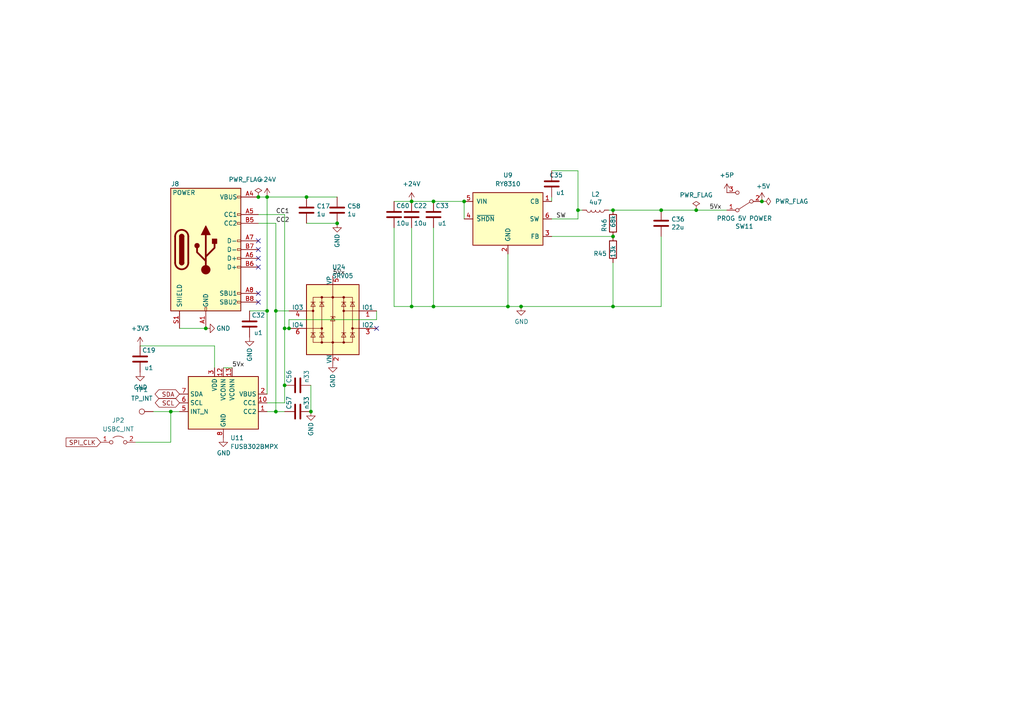
<source format=kicad_sch>
(kicad_sch (version 20231120) (generator "eeschema") (generator_version "8.0")
  (paper "A4")
  (lib_symbols
    (symbol "Connector:TestPoint" (pin_numbers hide) (pin_names (offset 0.762) hide)
      (property "Reference" "TP" (at 0 6.858 0))
      (property "Value" "TestPoint" (at 0 5.08 0))
      (symbol "TestPoint_0_1"
        (circle (center 0 3.302) (radius 0.762))
      )
      (symbol "TestPoint_1_1"
        (pin passive line (at 0 0 90) (length 2.54) (name "1") (number "1"))
      )
    )
    (symbol "Connector:USB_C_Receptacle_USB2.0" (pin_names (offset 1.016))
      (property "Reference" "J" (at -10.16 19.05 0))
      (property "Value" "USB_C_Receptacle_USB2.0" (at 19.05 19.05 0))
      (symbol "USB_C_Receptacle_USB2.0_0_0"
        (rectangle (start -0.254 -17.78) (end 0.254 -16.764))
        (rectangle (start 10.16 -14.986) (end 9.144 -15.494))
        (rectangle (start 10.16 -12.446) (end 9.144 -12.954))
        (rectangle (start 10.16 -4.826) (end 9.144 -5.334))
        (rectangle (start 10.16 -2.286) (end 9.144 -2.794))
        (rectangle (start 10.16 0.254) (end 9.144 -0.254))
        (rectangle (start 10.16 2.794) (end 9.144 2.286))
        (rectangle (start 10.16 7.874) (end 9.144 7.366))
        (rectangle (start 10.16 10.414) (end 9.144 9.906))
        (rectangle (start 10.16 15.494) (end 9.144 14.986))
      )
      (symbol "USB_C_Receptacle_USB2.0_0_1"
        (rectangle (start -10.16 17.78) (end 10.16 -17.78) (stroke (width 0.254)) (fill (type background)))
        (arc (start -8.89 -3.81) (mid -6.985 -5.7067) (end -5.08 -3.81) (stroke (width 0.508)))
        (arc (start -7.62 -3.81) (mid -6.985 -4.4423) (end -6.35 -3.81) (stroke (width 0.254)))
        (arc (start -7.62 -3.81) (mid -6.985 -4.4423) (end -6.35 -3.81) (stroke (width 0.254)) (fill (type outline)))
        (rectangle (start -7.62 -3.81) (end -6.35 3.81) (stroke (width 0.254)) (fill (type outline)))
        (arc (start -6.35 3.81) (mid -6.985 4.4423) (end -7.62 3.81) (stroke (width 0.254)))
        (arc (start -6.35 3.81) (mid -6.985 4.4423) (end -7.62 3.81) (stroke (width 0.254)) (fill (type outline)))
        (arc (start -5.08 3.81) (mid -6.985 5.7067) (end -8.89 3.81) (stroke (width 0.508)))
        (circle (center -2.54 1.143) (radius 0.635) (stroke (width 0.254)) (fill (type outline)))
        (circle (center 0 -5.842) (radius 1.27) (fill (type outline)))
        (polyline (pts (xy -8.89 -3.81) (xy -8.89 3.81)) (stroke (width 0.508)))
        (polyline (pts (xy -5.08 3.81) (xy -5.08 -3.81)) (stroke (width 0.508)))
        (polyline (pts (xy 0 -5.842) (xy 0 4.318)) (stroke (width 0.508)))
        (polyline (pts (xy 0 -3.302) (xy -2.54 -0.762) (xy -2.54 0.508)) (stroke (width 0.508)))
        (polyline (pts (xy 0 -2.032) (xy 2.54 0.508) (xy 2.54 1.778)) (stroke (width 0.508)))
        (polyline (pts (xy -1.27 4.318) (xy 0 6.858) (xy 1.27 4.318) (xy -1.27 4.318)) (stroke (width 0.254)) (fill (type outline)))
        (rectangle (start 1.905 1.778) (end 3.175 3.048) (stroke (width 0.254)) (fill (type outline)))
      )
      (symbol "USB_C_Receptacle_USB2.0_1_1"
        (pin passive line (at 0 -22.86 90) (length 5.08) (name "GND") (number "A1"))
        (pin passive line (at 0 -22.86 90) (length 5.08) hide (name "GND") (number "A12"))
        (pin passive line (at 15.24 15.24 180) (length 5.08) (name "VBUS") (number "A4"))
        (pin bidirectional line (at 15.24 10.16 180) (length 5.08) (name "CC1") (number "A5"))
        (pin bidirectional line (at 15.24 -2.54 180) (length 5.08) (name "D+") (number "A6"))
        (pin bidirectional line (at 15.24 2.54 180) (length 5.08) (name "D-") (number "A7"))
        (pin bidirectional line (at 15.24 -12.7 180) (length 5.08) (name "SBU1") (number "A8"))
        (pin passive line (at 15.24 15.24 180) (length 5.08) hide (name "VBUS") (number "A9"))
        (pin passive line (at 0 -22.86 90) (length 5.08) hide (name "GND") (number "B1"))
        (pin passive line (at 0 -22.86 90) (length 5.08) hide (name "GND") (number "B12"))
        (pin passive line (at 15.24 15.24 180) (length 5.08) hide (name "VBUS") (number "B4"))
        (pin bidirectional line (at 15.24 7.62 180) (length 5.08) (name "CC2") (number "B5"))
        (pin bidirectional line (at 15.24 -5.08 180) (length 5.08) (name "D+") (number "B6"))
        (pin bidirectional line (at 15.24 0 180) (length 5.08) (name "D-") (number "B7"))
        (pin bidirectional line (at 15.24 -15.24 180) (length 5.08) (name "SBU2") (number "B8"))
        (pin passive line (at 15.24 15.24 180) (length 5.08) hide (name "VBUS") (number "B9"))
        (pin passive line (at -7.62 -22.86 90) (length 5.08) (name "SHIELD") (number "S1"))
      )
    )
    (symbol "Device:C" (pin_numbers hide) (pin_names (offset 0.254))
      (property "Reference" "C" (at 0.635 2.54 0))
      (property "Value" "C" (at 0.635 -2.54 0))
      (symbol "C_0_1"
        (polyline (pts (xy -2.032 -0.762) (xy 2.032 -0.762)) (stroke (width 0.508)))
        (polyline (pts (xy -2.032 0.762) (xy 2.032 0.762)) (stroke (width 0.508)))
      )
      (symbol "C_1_1"
        (pin passive line (at 0 3.81 270) (length 2.794) (name "~") (number "1"))
        (pin passive line (at 0 -3.81 90) (length 2.794) (name "~") (number "2"))
      )
    )
    (symbol "Device:L" (pin_numbers hide) (pin_names (offset 1.016) hide)
      (property "Reference" "L" (at -1.27 0 90))
      (property "Value" "L" (at 1.905 0 90))
      (symbol "L_0_1"
        (arc (start 0 -2.54) (mid 0.6323 -1.905) (end 0 -1.27))
        (arc (start 0 -1.27) (mid 0.6323 -0.635) (end 0 0))
        (arc (start 0 0) (mid 0.6323 0.635) (end 0 1.27))
        (arc (start 0 1.27) (mid 0.6323 1.905) (end 0 2.54))
      )
      (symbol "L_1_1"
        (pin passive line (at 0 3.81 270) (length 1.27) (name "1") (number "1"))
        (pin passive line (at 0 -3.81 90) (length 1.27) (name "2") (number "2"))
      )
    )
    (symbol "Device:R" (pin_numbers hide) (pin_names (offset 0))
      (property "Reference" "R" (at 2.032 0 90))
      (property "Value" "R" (at 0 0 90))
      (symbol "R_0_1"
        (rectangle (start -1.016 -2.54) (end 1.016 2.54) (stroke (width 0.254)))
      )
      (symbol "R_1_1"
        (pin passive line (at 0 3.81 270) (length 1.27) (name "~") (number "1"))
        (pin passive line (at 0 -3.81 90) (length 1.27) (name "~") (number "2"))
      )
    )
    (symbol "Interface_USB:FUSB302BMPX"
      (property "Reference" "U" (at -10.16 8.89 0))
      (property "Value" "FUSB302BMPX" (at 3.81 8.89 0))
      (symbol "FUSB302BMPX_0_1"
        (rectangle (start -10.16 7.62) (end 10.16 -7.62) (stroke (width 0.254)) (fill (type background)))
      )
      (symbol "FUSB302BMPX_1_1"
        (pin bidirectional line (at 12.7 -2.54 180) (length 2.54) (name "CC2") (number "1"))
        (pin bidirectional line (at 12.7 0 180) (length 2.54) (name "CC1") (number "10"))
        (pin bidirectional line (at 12.7 0 180) (length 2.54) hide (name "CC1") (number "11"))
        (pin power_in line (at 0 10.16 270) (length 2.54) (name "VCONN") (number "12"))
        (pin power_in line (at 2.54 10.16 270) (length 2.54) (name "VCONN") (number "13"))
        (pin bidirectional line (at 12.7 -2.54 180) (length 2.54) hide (name "CC2") (number "14"))
        (pin passive line (at 0 -10.16 90) (length 2.54) hide (name "GND") (number "15"))
        (pin input line (at 12.7 2.54 180) (length 2.54) (name "VBUS") (number "2"))
        (pin power_in line (at -2.54 10.16 270) (length 2.54) (name "VDD") (number "3"))
        (pin passive line (at -2.54 10.16 270) (length 2.54) hide (name "VDD") (number "4"))
        (pin open_collector line (at -12.7 -2.54 0) (length 2.54) (name "INT_N") (number "5"))
        (pin input line (at -12.7 0 0) (length 2.54) (name "SCL") (number "6"))
        (pin bidirectional line (at -12.7 2.54 0) (length 2.54) (name "SDA") (number "7"))
        (pin power_in line (at 0 -10.16 90) (length 2.54) (name "GND") (number "8"))
        (pin passive line (at 0 -10.16 90) (length 2.54) hide (name "GND") (number "9"))
      )
    )
    (symbol "Jumper:Jumper_2_Open" (pin_names (offset 0) hide)
      (property "Reference" "JP" (at 0 2.794 0))
      (property "Value" "Jumper_2_Open" (at 0 -2.286 0))
      (symbol "Jumper_2_Open_0_0"
        (circle (center -2.032 0) (radius 0.508))
        (circle (center 2.032 0) (radius 0.508))
      )
      (symbol "Jumper_2_Open_0_1"
        (arc (start 1.524 1.27) (mid 0 1.778) (end -1.524 1.27))
      )
      (symbol "Jumper_2_Open_1_1"
        (pin passive line (at -5.08 0 0) (length 2.54) (name "A") (number "1"))
        (pin passive line (at 5.08 0 180) (length 2.54) (name "B") (number "2"))
      )
    )
    (symbol "Power_Protection:SRV05-4" (pin_names (offset 0))
      (property "Reference" "U" (at -5.08 11.43 0))
      (property "Value" "SRV05-4" (at 2.54 11.43 0))
      (symbol "SRV05-4_0_0"
        (rectangle (start -5.715 6.477) (end 5.715 -6.604))
        (polyline (pts (xy -3.175 -6.604) (xy -3.175 6.477)))
        (polyline (pts (xy 3.175 6.477) (xy 3.175 -6.604)))
      )
      (symbol "SRV05-4_0_1"
        (rectangle (start -7.62 10.16) (end 7.62 -10.16) (stroke (width 0.254)) (fill (type background)))
        (circle (center -5.715 -2.54) (radius 0.2794) (fill (type outline)))
        (circle (center -3.175 -6.604) (radius 0.2794) (fill (type outline)))
        (circle (center -3.175 2.54) (radius 0.2794) (fill (type outline)))
        (circle (center -3.175 6.477) (radius 0.2794) (fill (type outline)))
        (circle (center 0 -6.604) (radius 0.2794) (fill (type outline)))
        (polyline (pts (xy -7.747 2.54) (xy -3.175 2.54)))
        (polyline (pts (xy -7.62 -2.54) (xy -5.715 -2.54)))
        (polyline (pts (xy -5.08 -3.81) (xy -6.35 -3.81)))
        (polyline (pts (xy -5.08 5.08) (xy -6.35 5.08)))
        (polyline (pts (xy -2.54 -3.81) (xy -3.81 -3.81)))
        (polyline (pts (xy -2.54 5.08) (xy -3.81 5.08)))
        (polyline (pts (xy 0 10.16) (xy 0 -10.16)))
        (polyline (pts (xy 3.81 -3.81) (xy 2.54 -3.81)))
        (polyline (pts (xy 3.81 5.08) (xy 2.54 5.08)))
        (polyline (pts (xy 6.35 -3.81) (xy 5.08 -3.81)))
        (polyline (pts (xy 6.35 5.08) (xy 5.08 5.08)))
        (polyline (pts (xy 7.62 -2.54) (xy 3.175 -2.54)))
        (polyline (pts (xy 7.62 2.54) (xy 5.715 2.54)))
        (polyline (pts (xy 0.635 0.889) (xy -0.635 0.889) (xy -0.635 0.635)))
        (polyline (pts (xy -5.08 -5.08) (xy -6.35 -5.08) (xy -5.715 -3.81) (xy -5.08 -5.08)))
        (polyline (pts (xy -5.08 3.81) (xy -6.35 3.81) (xy -5.715 5.08) (xy -5.08 3.81)))
        (polyline (pts (xy -2.54 -5.08) (xy -3.81 -5.08) (xy -3.175 -3.81) (xy -2.54 -5.08)))
        (polyline (pts (xy -2.54 3.81) (xy -3.81 3.81) (xy -3.175 5.08) (xy -2.54 3.81)))
        (polyline (pts (xy 0.635 -0.381) (xy -0.635 -0.381) (xy 0 0.889) (xy 0.635 -0.381)))
        (polyline (pts (xy 3.81 -5.08) (xy 2.54 -5.08) (xy 3.175 -3.81) (xy 3.81 -5.08)))
        (polyline (pts (xy 3.81 3.81) (xy 2.54 3.81) (xy 3.175 5.08) (xy 3.81 3.81)))
        (polyline (pts (xy 6.35 -5.08) (xy 5.08 -5.08) (xy 5.715 -3.81) (xy 6.35 -5.08)))
        (polyline (pts (xy 6.35 3.81) (xy 5.08 3.81) (xy 5.715 5.08) (xy 6.35 3.81)))
        (circle (center 0 6.477) (radius 0.2794) (fill (type outline)))
        (circle (center 3.175 -6.604) (radius 0.2794) (fill (type outline)))
        (circle (center 3.175 -2.54) (radius 0.2794) (fill (type outline)))
        (circle (center 3.175 6.477) (radius 0.2794) (fill (type outline)))
        (circle (center 5.715 2.54) (radius 0.2794) (fill (type outline)))
      )
      (symbol "SRV05-4_1_1"
        (pin passive line (at -12.7 2.54 0) (length 5.08) (name "IO1") (number "1"))
        (pin passive line (at 0 -12.7 90) (length 2.54) (name "VN") (number "2"))
        (pin passive line (at -12.7 -2.54 0) (length 5.08) (name "IO2") (number "3"))
        (pin passive line (at 12.7 2.54 180) (length 5.08) (name "IO3") (number "4"))
        (pin passive line (at 0 12.7 270) (length 2.54) (name "VP") (number "5"))
        (pin passive line (at 12.7 -2.54 180) (length 5.08) (name "IO4") (number "6"))
      )
    )
    (symbol "Regulator_Switching:LMR14206" (pin_names (offset 1.016))
      (property "Reference" "U" (at -10.16 11.43 0))
      (property "Value" "LMR14206" (at -10.16 8.89 0))
      (symbol "LMR14206_0_1"
        (rectangle (start -10.16 7.62) (end 10.16 -7.62) (stroke (width 0.254)) (fill (type background)))
      )
      (symbol "LMR14206_1_1"
        (pin input line (at 12.7 5.08 180) (length 2.54) (name "CB") (number "1"))
        (pin power_in line (at 0 -10.16 90) (length 2.54) (name "GND") (number "2"))
        (pin input line (at 12.7 -5.08 180) (length 2.54) (name "FB") (number "3"))
        (pin input line (at -12.7 0 0) (length 2.54) (name "~{SHDN}") (number "4"))
        (pin power_in line (at -12.7 5.08 0) (length 2.54) (name "VIN") (number "5"))
        (pin output line (at 12.7 0 180) (length 2.54) (name "SW") (number "6"))
      )
    )
    (symbol "Switch:SW_SPDT" (pin_names (offset 0) hide)
      (property "Reference" "SW" (at 0 4.318 0))
      (property "Value" "SW_SPDT" (at 0 -5.08 0))
      (symbol "SW_SPDT_0_0"
        (circle (center -2.032 0) (radius 0.508))
        (circle (center 2.032 -2.54) (radius 0.508))
      )
      (symbol "SW_SPDT_0_1"
        (polyline (pts (xy -1.524 0.254) (xy 1.651 2.286)))
        (circle (center 2.032 2.54) (radius 0.508))
      )
      (symbol "SW_SPDT_1_1"
        (pin passive line (at 5.08 2.54 180) (length 2.54) (name "A") (number "1"))
        (pin passive line (at -5.08 0 0) (length 2.54) (name "B") (number "2"))
        (pin passive line (at 5.08 -2.54 180) (length 2.54) (name "C") (number "3"))
      )
    )
    (symbol "power:+24V" (power) (pin_names (offset 0))
      (property "Value" "+24V" (at 0 3.556 0))
      (symbol "+24V_0_1"
        (polyline (pts (xy -0.762 1.27) (xy 0 2.54)))
        (polyline (pts (xy 0 0) (xy 0 2.54)))
        (polyline (pts (xy 0 2.54) (xy 0.762 1.27)))
      )
      (symbol "+24V_1_1"
        (pin power_in line (at 0 0 90) (length 0) hide (name "+24V") (number "1"))
      )
    )
    (symbol "power:+3V3" (power) (pin_names (offset 0))
      (property "Value" "+3V3" (at 0 3.556 0))
      (symbol "+3V3_0_1"
        (polyline (pts (xy -0.762 1.27) (xy 0 2.54)))
        (polyline (pts (xy 0 0) (xy 0 2.54)))
        (polyline (pts (xy 0 2.54) (xy 0.762 1.27)))
      )
      (symbol "+3V3_1_1"
        (pin power_in line (at 0 0 90) (length 0) hide (name "+3V3") (number "1"))
      )
    )
    (symbol "power:+5P" (power) (pin_names (offset 0))
      (property "Value" "+5P" (at 0 3.556 0))
      (symbol "+5P_0_1"
        (polyline (pts (xy -0.762 1.27) (xy 0 2.54)))
        (polyline (pts (xy 0 0) (xy 0 2.54)))
        (polyline (pts (xy 0 2.54) (xy 0.762 1.27)))
      )
      (symbol "+5P_1_1"
        (pin power_in line (at 0 0 90) (length 0) hide (name "+5P") (number "1"))
      )
    )
    (symbol "power:+5V" (power) (pin_names (offset 0))
      (property "Value" "+5V" (at 0 3.556 0))
      (symbol "+5V_0_1"
        (polyline (pts (xy -0.762 1.27) (xy 0 2.54)))
        (polyline (pts (xy 0 0) (xy 0 2.54)))
        (polyline (pts (xy 0 2.54) (xy 0.762 1.27)))
      )
      (symbol "+5V_1_1"
        (pin power_in line (at 0 0 90) (length 0) hide (name "+5V") (number "1"))
      )
    )
    (symbol "power:GND" (power) (pin_names (offset 0))
      (property "Value" "GND" (at 0 -3.81 0))
      (symbol "GND_0_1"
        (polyline (pts (xy 0 0) (xy 0 -1.27) (xy 1.27 -1.27) (xy 0 -2.54) (xy -1.27 -1.27) (xy 0 -1.27)))
      )
      (symbol "GND_1_1"
        (pin power_in line (at 0 0 270) (length 0) hide (name "GND") (number "1"))
      )
    )
    (symbol "power:PWR_FLAG" (power) (pin_numbers hide) (pin_names (offset 0) hide)
      (property "Value" "PWR_FLAG" (at 0 3.81 0))
      (symbol "PWR_FLAG_0_0"
        (pin power_out line (at 0 0 90) (length 0) (name "pwr") (number "1"))
      )
      (symbol "PWR_FLAG_0_1"
        (polyline (pts (xy 0 0) (xy 0 1.27) (xy -1.016 1.905) (xy 0 2.54) (xy 1.016 1.905) (xy 0 1.27)))
      )
    )
  )
  (junction (at 167.64 60.96))
  (junction (at 151.13 88.9))
  (junction (at 220.98 58.42))
  (junction (at 82.55 95.25))
  (junction (at 83.82 95.25))
  (junction (at 80.01 119.38))
  (junction (at 125.73 88.9))
  (junction (at 80.01 90.17))
  (junction (at 119.38 88.9))
  (junction (at 97.79 64.77))
  (junction (at 77.47 90.17))
  (junction (at 59.69 95.25))
  (junction (at 147.32 88.9))
  (junction (at 177.8 88.9))
  (junction (at 88.9 57.15))
  (junction (at 177.8 68.58))
  (junction (at 82.55 111.76))
  (junction (at 201.93 60.96))
  (junction (at 177.8 60.96))
  (junction (at 77.47 57.15))
  (junction (at 90.17 119.38))
  (junction (at 74.93 57.15))
  (junction (at 125.73 58.42))
  (junction (at 134.62 58.42))
  (junction (at 119.38 58.42))
  (junction (at 49.53 119.38))
  (junction (at 191.77 60.96))
  (no_connect (at 74.93 77.47))
  (no_connect (at 74.93 74.93))
  (no_connect (at 74.93 85.09))
  (no_connect (at 74.93 69.85))
  (no_connect (at 74.93 87.63))
  (no_connect (at 74.93 72.39))
  (no_connect (at 109.22 95.25))
  (wire (pts (xy 88.9 64.77) (xy 97.79 64.77)))
  (wire (pts (xy 82.55 62.23) (xy 82.55 95.25)))
  (wire (pts (xy 83.82 95.25) (xy 83.82 92.71)))
  (wire (pts (xy 191.77 68.58) (xy 191.77 88.9)))
  (wire (pts (xy 176.53 60.96) (xy 177.8 60.96)))
  (wire (pts (xy 74.93 62.23) (xy 82.55 62.23)))
  (wire (pts (xy 49.53 128.27) (xy 39.37 128.27)))
  (wire (pts (xy 80.01 119.38) (xy 82.55 119.38)))
  (wire (pts (xy 80.01 64.77) (xy 80.01 90.17)))
  (wire (pts (xy 191.77 60.96) (xy 201.93 60.96)))
  (wire (pts (xy 191.77 88.9) (xy 177.8 88.9)))
  (wire (pts (xy 168.91 60.96) (xy 167.64 60.96)))
  (wire (pts (xy 88.9 57.15) (xy 97.79 57.15)))
  (wire (pts (xy 77.47 57.15) (xy 77.47 90.17)))
  (wire (pts (xy 62.23 100.33) (xy 62.23 106.68)))
  (wire (pts (xy 80.01 119.38) (xy 77.47 119.38)))
  (wire (pts (xy 80.01 90.17) (xy 83.82 90.17)))
  (wire (pts (xy 64.77 106.68) (xy 67.31 106.68)))
  (wire (pts (xy 160.02 57.15) (xy 160.02 58.42)))
  (wire (pts (xy 82.55 95.25) (xy 82.55 111.76)))
  (wire (pts (xy 119.38 66.04) (xy 119.38 88.9)))
  (wire (pts (xy 82.55 116.84) (xy 77.47 116.84)))
  (wire (pts (xy 82.55 111.76) (xy 82.55 116.84)))
  (wire (pts (xy 114.3 88.9) (xy 119.38 88.9)))
  (wire (pts (xy 80.01 90.17) (xy 80.01 119.38)))
  (wire (pts (xy 72.39 90.17) (xy 77.47 90.17)))
  (wire (pts (xy 134.62 58.42) (xy 134.62 63.5)))
  (wire (pts (xy 83.82 92.71) (xy 109.22 92.71)))
  (wire (pts (xy 125.73 88.9) (xy 147.32 88.9)))
  (wire (pts (xy 160.02 68.58) (xy 177.8 68.58)))
  (wire (pts (xy 114.3 58.42) (xy 119.38 58.42)))
  (wire (pts (xy 201.93 60.96) (xy 210.82 60.96)))
  (wire (pts (xy 147.32 73.66) (xy 147.32 88.9)))
  (wire (pts (xy 167.64 49.53) (xy 167.64 60.96)))
  (wire (pts (xy 177.8 60.96) (xy 191.77 60.96)))
  (wire (pts (xy 74.93 64.77) (xy 80.01 64.77)))
  (wire (pts (xy 40.64 100.33) (xy 62.23 100.33)))
  (wire (pts (xy 125.73 66.04) (xy 125.73 88.9)))
  (wire (pts (xy 74.93 57.15) (xy 77.47 57.15)))
  (wire (pts (xy 147.32 88.9) (xy 151.13 88.9)))
  (wire (pts (xy 49.53 119.38) (xy 49.53 128.27)))
  (wire (pts (xy 119.38 58.42) (xy 125.73 58.42)))
  (wire (pts (xy 49.53 119.38) (xy 52.07 119.38)))
  (wire (pts (xy 77.47 57.15) (xy 88.9 57.15)))
  (wire (pts (xy 114.3 66.04) (xy 114.3 88.9)))
  (wire (pts (xy 77.47 90.17) (xy 77.47 114.3)))
  (wire (pts (xy 119.38 88.9) (xy 125.73 88.9)))
  (wire (pts (xy 52.07 95.25) (xy 59.69 95.25)))
  (wire (pts (xy 82.55 95.25) (xy 83.82 95.25)))
  (wire (pts (xy 167.64 63.5) (xy 167.64 60.96)))
  (wire (pts (xy 160.02 49.53) (xy 167.64 49.53)))
  (wire (pts (xy 177.8 88.9) (xy 177.8 76.2)))
  (wire (pts (xy 151.13 88.9) (xy 177.8 88.9)))
  (wire (pts (xy 134.62 58.42) (xy 125.73 58.42)))
  (wire (pts (xy 90.17 111.76) (xy 90.17 119.38)))
  (wire (pts (xy 109.22 90.17) (xy 109.22 92.71)))
  (wire (pts (xy 160.02 63.5) (xy 167.64 63.5)))
  (wire (pts (xy 44.45 119.38) (xy 49.53 119.38)))
  (label "CC1" (at 80.01 62.23 0))
  (label "5Vx" (at 96.52 80.01 0))
  (label "5Vx" (at 67.31 106.68 0))
  (label "SW" (at 161.29 63.5 0))
  (label "5Vx" (at 205.74 60.96 0))
  (label "CC2" (at 80.01 64.77 0))
  (global_label "SDA" (shape bidirectional) (at 52.07 114.3 180) (property "Intersheetrefs" "${INTERSHEET_REFS}" (effects (hide yes))))
  (global_label "SCL" (shape bidirectional) (at 52.07 116.84 180) (property "Intersheetrefs" "${INTERSHEET_REFS}" (effects (hide yes))))
  (global_label "SPI_CLK" (shape input) (at 29.21 128.27 180) (property "Intersheetrefs" "${INTERSHEET_REFS}" (effects (hide yes))))
  (symbol (lib_id "power:GND") (at 151.13 88.9 0) (unit 1)
    (property "Reference" "#PWR021" (effects (hide yes)))
    (property "Value" "GND" (at 151.257 93.2942 0))
  )
  (symbol (lib_id "Device:C") (at 125.73 62.23 180) (unit 1)
    (property "Reference" "C33" (at 128.27 59.69 0))
    (property "Value" "u1" (at 128.27 64.77 0))
    (property "Footprint" "Capacitor_SMD:C_0603_1608Metric" (effects (hide yes)))
  )
  (symbol (lib_id "Device:C") (at 119.38 62.23 180) (unit 1)
    (property "Reference" "C22" (at 121.92 59.69 0))
    (property "Value" "10u" (at 121.92 64.77 0))
    (property "Footprint" "Capacitor_SMD:C_1206_3216Metric" (effects (hide yes)))
  )
  (symbol (lib_id "Device:C") (at 191.77 64.77 0) (unit 1)
    (property "Reference" "C36" (at 194.691 63.6016 0) (effects (justify left)))
    (property "Value" "22u" (at 194.691 65.913 0) (effects (justify left)))
    (property "Footprint" "Capacitor_SMD:C_0603_1608Metric" (effects (hide yes)))
  )
  (symbol (lib_id "power:PWR_FLAG") (at 201.93 60.96 0) (unit 1)
    (property "Reference" "#FLG01" (effects (hide yes)))
    (property "Value" "PWR_FLAG" (at 201.93 56.5658 0))
  )
  (symbol (lib_id "Device:C") (at 160.02 53.34 180) (unit 1)
    (property "Reference" "C35" (at 161.29 50.8 0))
    (property "Value" "u1" (at 162.56 55.88 0))
    (property "Footprint" "Capacitor_SMD:C_0603_1608Metric" (effects (hide yes)))
  )
  (symbol (lib_id "Device:L") (at 172.72 60.96 270) (unit 1)
    (property "Reference" "L2" (at 172.72 56.3626 90))
    (property "Value" "4u7" (at 172.72 58.674 90))
    (property "Footprint" "Inductor_SMD:L_Abracon_ASPI-0630LR" (effects (hide yes)))
    (property "Datasheet" "C408449" (effects (hide yes)))
  )
  (symbol (lib_id "Device:R") (at 177.8 64.77 0) (unit 1)
    (property "Reference" "R46" (at 175.26 67.31 90) (effects (justify left)))
    (property "Value" "68k" (at 177.8 66.04 90) (effects (justify left)))
    (property "Footprint" "Resistor_SMD:R_0603_1608Metric" (effects (hide yes)))
  )
  (symbol (lib_id "Device:R") (at 177.8 72.39 180) (unit 1)
    (property "Reference" "R45" (at 176.022 73.5584 0) (effects (justify left)))
    (property "Value" "13k" (at 177.8 71.12 90) (effects (justify left)))
    (property "Footprint" "Resistor_SMD:R_0603_1608Metric" (effects (hide yes)))
  )
  (symbol (lib_id "Switch:SW_SPDT") (at 215.9 58.42 180) (unit 1)
    (property "Reference" "SW11" (at 215.9 65.659 0))
    (property "Value" "PROG 5V POWER" (at 215.9 63.3476 0))
    (property "Footprint" "liebler_MECH:Switch_SS12D00" (effects (hide yes)))
  )
  (symbol (lib_id "power:+5V") (at 220.98 58.42 0) (unit 1)
    (property "Reference" "#PWR022" (effects (hide yes)))
    (property "Value" "+5V" (at 221.361 54.0258 0))
  )
  (symbol (lib_id "power:PWR_FLAG") (at 220.98 58.42 270) (unit 1)
    (property "Reference" "#FLG0103" (effects (hide yes)))
    (property "Value" "PWR_FLAG" (at 224.79 58.4199 90) (effects (justify left)))
  )
  (symbol (lib_id "power:+3V3") (at 40.64 100.33 0) (unit 1)
    (property "Reference" "#PWR0114" (effects (hide yes)))
    (property "Value" "+3V3" (at 40.64 95.25 0))
  )
  (symbol (lib_id "Jumper:Jumper_2_Open") (at 34.29 128.27 0) (unit 1)
    (property "Reference" "JP2" (at 34.29 121.92 0))
    (property "Value" "USBC_INT" (at 34.29 124.46 0))
    (property "Footprint" "liebler_CONN:Jumper_Trace_025x150x015" (effects (hide yes)))
  )
  (symbol (lib_id "Device:C") (at 40.64 104.14 180) (unit 1)
    (property "Reference" "C19" (at 43.18 101.6 0))
    (property "Value" "u1" (at 43.18 106.68 0))
    (property "Footprint" "Capacitor_SMD:C_0603_1608Metric" (effects (hide yes)))
  )
  (symbol (lib_id "power:+24V") (at 77.47 57.15 0) (unit 1)
    (property "Reference" "#PWR075" (effects (hide yes)))
    (property "Value" "+24V" (at 77.47 52.07 0))
  )
  (symbol (lib_id "Device:C") (at 86.36 111.76 270) (unit 1)
    (property "Reference" "C56" (at 83.82 109.22 0))
    (property "Value" "n33" (at 88.9 109.22 0))
    (property "Footprint" "Capacitor_SMD:C_0603_1608Metric" (effects (hide yes)))
  )
  (symbol (lib_id "power:GND") (at 64.77 127 0) (unit 1)
    (property "Reference" "#PWR073" (effects (hide yes)))
    (property "Value" "GND" (at 64.897 131.3942 0))
  )
  (symbol (lib_id "power:GND") (at 59.69 95.25 90) (unit 1)
    (property "Reference" "#PWR0113" (effects (hide yes)))
    (property "Value" "GND" (at 64.77 95.25 90))
  )
  (symbol (lib_id "power:GND") (at 96.52 105.41 0) (unit 1)
    (property "Reference" "#PWR077" (effects (hide yes)))
    (property "Value" "GND" (at 96.52 110.49 90))
  )
  (symbol (lib_id "power:PWR_FLAG") (at 74.93 57.15 0) (unit 1)
    (property "Reference" "#FLG0108" (effects (hide yes)))
    (property "Value" "PWR_FLAG" (at 71.12 52.07 0))
  )
  (symbol (lib_id "Power_Protection:SRV05-4") (at 96.52 92.71 0) (mirror y) (unit 1)
    (property "Reference" "U24" (at 96.2913 77.47 0) (effects (justify right)))
    (property "Value" "SRV05" (at 96.2913 80.01 0) (effects (justify right)))
    (property "Footprint" "Package_TO_SOT_SMD:SOT-23-6" (effects (hide yes)))
    (property "Datasheet" "http://www.onsemi.com/pub/Collateral/SRV05-4-D.PDF" (effects (hide yes)))
  )
  (symbol (lib_id "Device:C") (at 88.9 60.96 0) (unit 1)
    (property "Reference" "C17" (at 91.821 59.7916 0) (effects (justify left)))
    (property "Value" "1u" (at 91.821 62.103 0) (effects (justify left)))
    (property "Footprint" "Capacitor_SMD:C_1206_3216Metric" (effects (hide yes)))
  )
  (symbol (lib_id "Device:C") (at 72.39 93.98 180) (unit 1)
    (property "Reference" "C32" (at 74.93 91.44 0))
    (property "Value" "u1" (at 74.93 96.52 0))
    (property "Footprint" "Capacitor_SMD:C_0603_1608Metric" (effects (hide yes)))
  )
  (symbol (lib_id "Device:C") (at 97.79 60.96 0) (unit 1)
    (property "Reference" "C58" (at 100.711 59.7916 0) (effects (justify left)))
    (property "Value" "1u" (at 100.711 62.103 0) (effects (justify left)))
    (property "Footprint" "Capacitor_SMD:C_1206_3216Metric" (effects (hide yes)))
  )
  (symbol (lib_id "power:GND") (at 90.17 119.38 0) (unit 1)
    (property "Reference" "#PWR076" (effects (hide yes)))
    (property "Value" "GND" (at 90.17 124.46 90))
  )
  (symbol (lib_id "Interface_USB:FUSB302BMPX") (at 64.77 116.84 0) (unit 1)
    (property "Reference" "U11" (at 66.7894 127 0) (effects (justify left)))
    (property "Value" "FUSB302BMPX" (at 66.7894 129.54 0) (effects (justify left)))
    (property "Footprint" "Package_DFN_QFN:WQFN-14-1EP_2.5x2.5mm_P0.5mm_EP1.45x1.45mm" (effects (hide yes)))
    (property "Datasheet" "http://www.onsemi.com/pub/Collateral/FUSB302B-D.PDF" (effects (hide yes)))
  )
  (symbol (lib_id "power:GND") (at 72.39 97.79 0) (unit 1)
    (property "Reference" "#PWR074" (effects (hide yes)))
    (property "Value" "GND" (at 72.39 102.87 90))
  )
  (symbol (lib_id "power:GND") (at 97.79 64.77 0) (unit 1)
    (property "Reference" "#PWR0115" (effects (hide yes)))
    (property "Value" "GND" (at 97.79 69.85 90))
  )
  (symbol (lib_id "Connector:USB_C_Receptacle_USB2.0") (at 59.69 72.39 0) (unit 1)
    (property "Reference" "J8" (at 50.8 53.34 0))
    (property "Value" "POWER" (at 53.34 55.88 0))
    (property "Footprint" "liebler_CONN:USB_C_Receptacle_HRO_TYPE-C-31-M-12_IMPROVED" (effects (hide yes)))
    (property "Datasheet" "https://www.usb.org/sites/default/files/documents/usb_type-c.zip" (effects (hide yes)))
  )
  (symbol (lib_id "power:+24V") (at 119.38 58.42 0) (unit 1)
    (property "Reference" "#PWR020" (effects (hide yes)))
    (property "Value" "+24V" (at 119.38 53.34 0))
  )
  (symbol (lib_id "Regulator_Switching:LMR14206") (at 147.32 63.5 0) (unit 1)
    (property "Reference" "U9" (at 147.32 50.8 0))
    (property "Value" "RY8310" (at 147.32 53.34 0))
    (property "Footprint" "Package_TO_SOT_SMD:SOT-23-6" (effects (hide yes)))
    (property "Datasheet" "http://www.ti.com/lit/ds/symlink/lmr14206.pdf" (effects (hide yes)))
  )
  (symbol (lib_id "Device:C") (at 114.3 62.23 180) (unit 1)
    (property "Reference" "C60" (at 116.84 59.69 0))
    (property "Value" "10u" (at 116.84 64.77 0))
    (property "Footprint" "Capacitor_SMD:C_1206_3216Metric" (effects (hide yes)))
  )
  (symbol (lib_id "power:GND") (at 40.64 107.95 0) (unit 1)
    (property "Reference" "#PWR072" (effects (hide yes)))
    (property "Value" "GND" (at 40.767 112.3442 0))
  )
  (symbol (lib_id "power:+5P") (at 210.82 55.88 0) (unit 1)
    (property "Reference" "#PWR0120" (effects (hide yes)))
    (property "Value" "+5P" (at 210.82 50.8 0))
  )
  (symbol (lib_id "Device:C") (at 86.36 119.38 270) (unit 1)
    (property "Reference" "C57" (at 83.82 116.84 0))
    (property "Value" "n33" (at 88.9 116.84 0))
    (property "Footprint" "Capacitor_SMD:C_0603_1608Metric" (effects (hide yes)))
  )
  (symbol (lib_id "Connector:TestPoint") (at 44.45 119.38 90) (unit 1)
    (property "Reference" "TP1" (at 41.148 113.03 90))
    (property "Value" "TP_INT" (at 41.148 115.57 90))
    (property "Footprint" "TestPoint:TestPoint_THTPad_1.0x1.0mm_Drill0.5mm" (effects (hide yes)))
  )
)
</source>
